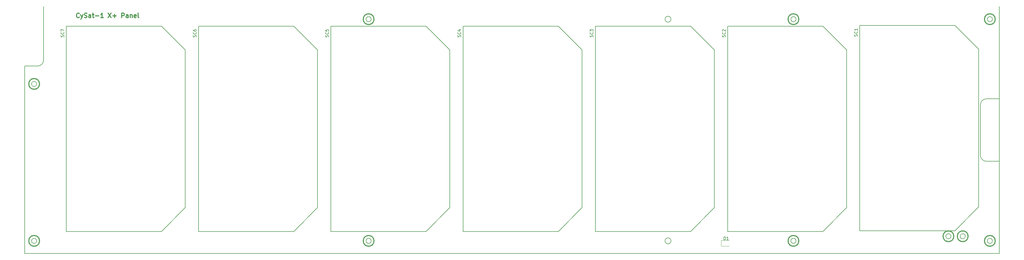
<source format=gbr>
G04 #@! TF.GenerationSoftware,KiCad,Pcbnew,(5.1.9)-1*
G04 #@! TF.CreationDate,2021-03-05T17:13:54-06:00*
G04 #@! TF.ProjectId,X+,582b2e6b-6963-4616-945f-706362585858,3*
G04 #@! TF.SameCoordinates,Original*
G04 #@! TF.FileFunction,Legend,Top*
G04 #@! TF.FilePolarity,Positive*
%FSLAX46Y46*%
G04 Gerber Fmt 4.6, Leading zero omitted, Abs format (unit mm)*
G04 Created by KiCad (PCBNEW (5.1.9)-1) date 2021-03-05 17:13:54*
%MOMM*%
%LPD*%
G01*
G04 APERTURE LIST*
%ADD10C,0.300000*%
%ADD11C,0.200000*%
%ADD12C,0.120000*%
%ADD13C,0.150000*%
G04 APERTURE END LIST*
D10*
X158140000Y-131345714D02*
X158068571Y-131417142D01*
X157854285Y-131488571D01*
X157711428Y-131488571D01*
X157497142Y-131417142D01*
X157354285Y-131274285D01*
X157282857Y-131131428D01*
X157211428Y-130845714D01*
X157211428Y-130631428D01*
X157282857Y-130345714D01*
X157354285Y-130202857D01*
X157497142Y-130060000D01*
X157711428Y-129988571D01*
X157854285Y-129988571D01*
X158068571Y-130060000D01*
X158140000Y-130131428D01*
X158640000Y-130488571D02*
X158997142Y-131488571D01*
X159354285Y-130488571D02*
X158997142Y-131488571D01*
X158854285Y-131845714D01*
X158782857Y-131917142D01*
X158640000Y-131988571D01*
X159854285Y-131417142D02*
X160068571Y-131488571D01*
X160425714Y-131488571D01*
X160568571Y-131417142D01*
X160640000Y-131345714D01*
X160711428Y-131202857D01*
X160711428Y-131060000D01*
X160640000Y-130917142D01*
X160568571Y-130845714D01*
X160425714Y-130774285D01*
X160140000Y-130702857D01*
X159997142Y-130631428D01*
X159925714Y-130560000D01*
X159854285Y-130417142D01*
X159854285Y-130274285D01*
X159925714Y-130131428D01*
X159997142Y-130060000D01*
X160140000Y-129988571D01*
X160497142Y-129988571D01*
X160711428Y-130060000D01*
X161997142Y-131488571D02*
X161997142Y-130702857D01*
X161925714Y-130560000D01*
X161782857Y-130488571D01*
X161497142Y-130488571D01*
X161354285Y-130560000D01*
X161997142Y-131417142D02*
X161854285Y-131488571D01*
X161497142Y-131488571D01*
X161354285Y-131417142D01*
X161282857Y-131274285D01*
X161282857Y-131131428D01*
X161354285Y-130988571D01*
X161497142Y-130917142D01*
X161854285Y-130917142D01*
X161997142Y-130845714D01*
X162497142Y-130488571D02*
X163068571Y-130488571D01*
X162711428Y-129988571D02*
X162711428Y-131274285D01*
X162782857Y-131417142D01*
X162925714Y-131488571D01*
X163068571Y-131488571D01*
X163568571Y-130917142D02*
X164711428Y-130917142D01*
X166211428Y-131488571D02*
X165354285Y-131488571D01*
X165782857Y-131488571D02*
X165782857Y-129988571D01*
X165640000Y-130202857D01*
X165497142Y-130345714D01*
X165354285Y-130417142D01*
X167854285Y-129988571D02*
X168854285Y-131488571D01*
X168854285Y-129988571D02*
X167854285Y-131488571D01*
X169425714Y-130917142D02*
X170568571Y-130917142D01*
X169997142Y-131488571D02*
X169997142Y-130345714D01*
X172425714Y-131488571D02*
X172425714Y-129988571D01*
X172997142Y-129988571D01*
X173140000Y-130060000D01*
X173211428Y-130131428D01*
X173282857Y-130274285D01*
X173282857Y-130488571D01*
X173211428Y-130631428D01*
X173140000Y-130702857D01*
X172997142Y-130774285D01*
X172425714Y-130774285D01*
X174568571Y-131488571D02*
X174568571Y-130702857D01*
X174497142Y-130560000D01*
X174354285Y-130488571D01*
X174068571Y-130488571D01*
X173925714Y-130560000D01*
X174568571Y-131417142D02*
X174425714Y-131488571D01*
X174068571Y-131488571D01*
X173925714Y-131417142D01*
X173854285Y-131274285D01*
X173854285Y-131131428D01*
X173925714Y-130988571D01*
X174068571Y-130917142D01*
X174425714Y-130917142D01*
X174568571Y-130845714D01*
X175282857Y-130488571D02*
X175282857Y-131488571D01*
X175282857Y-130631428D02*
X175354285Y-130560000D01*
X175497142Y-130488571D01*
X175711428Y-130488571D01*
X175854285Y-130560000D01*
X175925714Y-130702857D01*
X175925714Y-131488571D01*
X177211428Y-131417142D02*
X177068571Y-131488571D01*
X176782857Y-131488571D01*
X176640000Y-131417142D01*
X176568571Y-131274285D01*
X176568571Y-130702857D01*
X176640000Y-130560000D01*
X176782857Y-130488571D01*
X177068571Y-130488571D01*
X177211428Y-130560000D01*
X177282857Y-130702857D01*
X177282857Y-130845714D01*
X176568571Y-130988571D01*
X178140000Y-131488571D02*
X177997142Y-131417142D01*
X177925714Y-131274285D01*
X177925714Y-129988571D01*
D11*
X460949092Y-177742140D02*
X460949092Y-160742131D01*
X467299073Y-158742131D02*
X467299073Y-179742131D01*
X466024088Y-131992131D02*
G75*
G03*
X466024088Y-131992131I-1900000J0D01*
G01*
X465834088Y-131992131D02*
G75*
G03*
X465834088Y-131992131I-1710000J0D01*
G01*
X464650195Y-132680034D02*
G75*
G02*
X463791400Y-132791705I-526107J687903D01*
G01*
X463597980Y-131304229D02*
G75*
G02*
X464456775Y-131192557I526108J-687902D01*
G01*
X464456775Y-131192557D02*
G75*
G02*
X464982883Y-131880459I-332687J-799574D01*
G01*
X464982883Y-131880460D02*
G75*
G02*
X464650196Y-132680034I-858795J-111671D01*
G01*
X463791401Y-132791706D02*
G75*
G02*
X463265292Y-132103803I332687J799575D01*
G01*
X463265292Y-132103803D02*
G75*
G02*
X463597979Y-131304228I858796J111672D01*
G01*
X144874088Y-153742131D02*
G75*
G03*
X144874088Y-153742131I-1900000J0D01*
G01*
X144684088Y-153742131D02*
G75*
G03*
X144684088Y-153742131I-1710000J0D01*
G01*
X143715838Y-153295133D02*
G75*
G02*
X143732074Y-154161006I-741750J-446998D01*
G01*
X142232338Y-154189130D02*
G75*
G02*
X142216101Y-153323256I741750J446999D01*
G01*
X143732074Y-154161007D02*
G75*
G02*
X142990324Y-154608004I-757986J418876D01*
G01*
X142957851Y-152876258D02*
G75*
G02*
X143715837Y-153295133I16237J-865873D01*
G01*
X142990325Y-154608005D02*
G75*
G02*
X142232338Y-154189129I-16237J865874D01*
G01*
X142216102Y-153323256D02*
G75*
G02*
X142957851Y-152876258I757986J-418875D01*
G01*
X452100556Y-204942131D02*
G75*
G03*
X452100556Y-204942131I-1900000J0D01*
G01*
X451910556Y-204942131D02*
G75*
G03*
X451910556Y-204942131I-1710000J0D01*
G01*
X451063151Y-205019128D02*
G75*
G02*
X450565172Y-205727659I-862595J76997D01*
G01*
X449337961Y-204865135D02*
G75*
G02*
X449835939Y-204156603I862595J-76996D01*
G01*
X450698535Y-204233600D02*
G75*
G02*
X451063151Y-205019128I-497979J-708531D01*
G01*
X450565172Y-205727660D02*
G75*
G02*
X449702576Y-205650662I-364616J785529D01*
G01*
X449835940Y-204156603D02*
G75*
G02*
X450698535Y-204233600I364616J-785528D01*
G01*
X449702576Y-205650663D02*
G75*
G02*
X449337960Y-204865134I497980J708532D01*
G01*
X456899088Y-204942131D02*
G75*
G03*
X456899088Y-204942131I-1900000J0D01*
G01*
X456709088Y-204942131D02*
G75*
G03*
X456709088Y-204942131I-1710000J0D01*
G01*
X454561417Y-204194841D02*
G75*
G02*
X455427425Y-204189451I437671J-747290D01*
G01*
X455436759Y-205689423D02*
G75*
G02*
X454570750Y-205694811I-437671J747292D01*
G01*
X455427426Y-204189452D02*
G75*
G02*
X455865096Y-204936743I-428338J-752679D01*
G01*
X455865096Y-204936743D02*
G75*
G02*
X455436758Y-205689422I-866008J-5388D01*
G01*
X454570750Y-205694811D02*
G75*
G02*
X454133079Y-204947520I428338J752680D01*
G01*
X454133080Y-204947520D02*
G75*
G02*
X454561417Y-204194840I866008J5389D01*
G01*
X398117088Y-205626105D02*
G75*
G02*
X398867088Y-206059118I0J-866026D01*
G01*
X398117088Y-207358157D02*
G75*
G02*
X397367088Y-206925144I0J866026D01*
G01*
X397367088Y-206059119D02*
G75*
G02*
X398117088Y-205626106I750000J-433012D01*
G01*
X400017088Y-131992131D02*
G75*
G03*
X400017088Y-131992131I-1900000J0D01*
G01*
X399827088Y-131992131D02*
G75*
G03*
X399827088Y-131992131I-1710000J0D01*
G01*
X398867089Y-131559118D02*
G75*
G02*
X398867088Y-132425144I-750001J-433013D01*
G01*
X397367087Y-132425144D02*
G75*
G02*
X397367088Y-131559118I750001J433013D01*
G01*
X398867088Y-132425143D02*
G75*
G02*
X398117088Y-132858156I-750000J433012D01*
G01*
X398117088Y-131126105D02*
G75*
G02*
X398867088Y-131559118I0J-866026D01*
G01*
X398117088Y-132858157D02*
G75*
G02*
X397367088Y-132425144I0J866026D01*
G01*
X397367088Y-131559119D02*
G75*
G02*
X398117088Y-131126106I750000J-433012D01*
G01*
X257269088Y-131992131D02*
G75*
G03*
X257269088Y-131992131I-1900000J0D01*
G01*
X257079088Y-131992131D02*
G75*
G03*
X257079088Y-131992131I-1710000J0D01*
G01*
X256119089Y-131559118D02*
G75*
G02*
X256119088Y-132425144I-750001J-433013D01*
G01*
X254619087Y-132425144D02*
G75*
G02*
X254619088Y-131559118I750001J433013D01*
G01*
X256119088Y-132425143D02*
G75*
G02*
X255369088Y-132858156I-750000J433012D01*
G01*
X255369088Y-131126105D02*
G75*
G02*
X256119088Y-131559118I0J-866026D01*
G01*
X254619088Y-131559119D02*
G75*
G02*
X255369088Y-131126106I750000J-433012D01*
G01*
X255369088Y-132858157D02*
G75*
G02*
X254619088Y-132425144I0J866026D01*
G01*
X257269088Y-206492131D02*
G75*
G03*
X257269088Y-206492131I-1900000J0D01*
G01*
X257079088Y-206492131D02*
G75*
G03*
X257079088Y-206492131I-1710000J0D01*
G01*
X256119089Y-206059118D02*
G75*
G02*
X256119088Y-206925144I-750001J-433013D01*
G01*
X254619087Y-206925144D02*
G75*
G02*
X254619088Y-206059118I750001J433013D01*
G01*
X256119088Y-206925143D02*
G75*
G02*
X255369088Y-207358156I-750000J433012D01*
G01*
X255369088Y-205626105D02*
G75*
G02*
X256119088Y-206059118I0J-866026D01*
G01*
X255369088Y-207358157D02*
G75*
G02*
X254619088Y-206925144I0J866026D01*
G01*
X254619088Y-206059119D02*
G75*
G02*
X255369088Y-205626106I750000J-433012D01*
G01*
X400017088Y-206492131D02*
G75*
G03*
X400017088Y-206492131I-1900000J0D01*
G01*
X399827088Y-206492131D02*
G75*
G03*
X399827088Y-206492131I-1710000J0D01*
G01*
X398867089Y-206059118D02*
G75*
G02*
X398867088Y-206925144I-750001J-433013D01*
G01*
X397367087Y-206925144D02*
G75*
G02*
X397367088Y-206059118I750001J433013D01*
G01*
X398867088Y-206925143D02*
G75*
G02*
X398117088Y-207358156I-750000J433012D01*
G01*
X463488322Y-205904083D02*
G75*
G02*
X464315470Y-205647517I635766J-588048D01*
G01*
X463296940Y-206748696D02*
G75*
G02*
X463488322Y-205904082I827148J256565D01*
G01*
X467299073Y-127742131D02*
X467299073Y-158742131D01*
X146149087Y-145742131D02*
X146149087Y-127742131D01*
X146149088Y-145742131D02*
G75*
G02*
X144149088Y-147742131I-2000000J0D01*
G01*
X139799088Y-147742131D02*
X144149088Y-147742131D01*
X139799088Y-210742131D02*
X139799088Y-147742131D01*
X467299073Y-210742131D02*
X139799088Y-210742131D01*
X144874088Y-206492131D02*
G75*
G03*
X144874088Y-206492131I-1900000J0D01*
G01*
X144684088Y-206492131D02*
G75*
G03*
X144684088Y-206492131I-1710000J0D01*
G01*
X142255076Y-206974855D02*
G75*
G02*
X142196531Y-206110810I719012J482724D01*
G01*
X143693100Y-206009408D02*
G75*
G02*
X143751644Y-206873452I-719012J-482723D01*
G01*
X143751644Y-206873451D02*
G75*
G02*
X143032633Y-207356175I-777556J381320D01*
G01*
X142915542Y-205628087D02*
G75*
G02*
X143693099Y-206009407I58546J-864044D01*
G01*
X143032633Y-207356176D02*
G75*
G02*
X142255076Y-206974855I-58545J864045D01*
G01*
X142196532Y-206110811D02*
G75*
G02*
X142915543Y-205628087I777556J-381320D01*
G01*
X466024088Y-206492131D02*
G75*
G03*
X466024088Y-206492131I-1900000J0D01*
G01*
X465834088Y-206492131D02*
G75*
G03*
X465834088Y-206492131I-1710000J0D01*
G01*
X463932705Y-207336746D02*
G75*
G02*
X463296939Y-206748696I191383J844615D01*
G01*
X464315470Y-205647517D02*
G75*
G02*
X464951236Y-206235566I-191382J-844614D01*
G01*
X464951236Y-206235567D02*
G75*
G02*
X464759853Y-207080180I-827148J-256564D01*
G01*
X464759854Y-207080181D02*
G75*
G02*
X463932705Y-207336745I-635766J588050D01*
G01*
X356974088Y-206492131D02*
G75*
G03*
X356974088Y-206492131I-1000000J0D01*
G01*
X356974088Y-131992131D02*
G75*
G03*
X356974088Y-131992131I-1000000J0D01*
G01*
X467299073Y-179742140D02*
X467299073Y-210742131D01*
X467299073Y-179742140D02*
X462949096Y-179742140D01*
X462949088Y-179742139D02*
G75*
G02*
X460949088Y-177742139I0J2000000D01*
G01*
X460949088Y-160742131D02*
G75*
G02*
X462949088Y-158742131I2000000J0D01*
G01*
X467299073Y-158742131D02*
X462949096Y-158742131D01*
D12*
X376500000Y-206350000D02*
X373815000Y-206350000D01*
X373815000Y-206350000D02*
X373815000Y-208270000D01*
X373815000Y-208270000D02*
X376500000Y-208270000D01*
D11*
X452390087Y-203090573D02*
X420390087Y-203090573D01*
X460390087Y-195090573D02*
X452390087Y-203090573D01*
X452390087Y-134090573D02*
X460390087Y-142090573D01*
X420390087Y-134090573D02*
X452390087Y-134090573D01*
X460390087Y-142090573D02*
X460390087Y-195090573D01*
X420390087Y-203090573D02*
X420390087Y-134090573D01*
X376020087Y-203350573D02*
X376020087Y-134350573D01*
X416020087Y-142350573D02*
X416020087Y-195350573D01*
X376020087Y-134350573D02*
X408020087Y-134350573D01*
X408020087Y-134350573D02*
X416020087Y-142350573D01*
X416020087Y-195350573D02*
X408020087Y-203350573D01*
X408020087Y-203350573D02*
X376020087Y-203350573D01*
X331570087Y-203350573D02*
X331570087Y-134350573D01*
X371570087Y-142350573D02*
X371570087Y-195350573D01*
X331570087Y-134350573D02*
X363570087Y-134350573D01*
X363570087Y-134350573D02*
X371570087Y-142350573D01*
X371570087Y-195350573D02*
X363570087Y-203350573D01*
X363570087Y-203350573D02*
X331570087Y-203350573D01*
X319120087Y-203350573D02*
X287120087Y-203350573D01*
X327120087Y-195350573D02*
X319120087Y-203350573D01*
X319120087Y-134350573D02*
X327120087Y-142350573D01*
X287120087Y-134350573D02*
X319120087Y-134350573D01*
X327120087Y-142350573D02*
X327120087Y-195350573D01*
X287120087Y-203350573D02*
X287120087Y-134350573D01*
X242670087Y-203350573D02*
X242670087Y-134350573D01*
X282670087Y-142350573D02*
X282670087Y-195350573D01*
X242670087Y-134350573D02*
X274670087Y-134350573D01*
X274670087Y-134350573D02*
X282670087Y-142350573D01*
X282670087Y-195350573D02*
X274670087Y-203350573D01*
X274670087Y-203350573D02*
X242670087Y-203350573D01*
X230220087Y-203350573D02*
X198220087Y-203350573D01*
X238220087Y-195350573D02*
X230220087Y-203350573D01*
X230220087Y-134350573D02*
X238220087Y-142350573D01*
X198220087Y-134350573D02*
X230220087Y-134350573D01*
X238220087Y-142350573D02*
X238220087Y-195350573D01*
X198220087Y-203350573D02*
X198220087Y-134350573D01*
X153770087Y-203350573D02*
X153770087Y-134350573D01*
X193770087Y-142350573D02*
X193770087Y-195350573D01*
X153770087Y-134350573D02*
X185770087Y-134350573D01*
X185770087Y-134350573D02*
X193770087Y-142350573D01*
X193770087Y-195350573D02*
X185770087Y-203350573D01*
X185770087Y-203350573D02*
X153770087Y-203350573D01*
D13*
X374761904Y-206112380D02*
X374761904Y-205112380D01*
X375000000Y-205112380D01*
X375142857Y-205160000D01*
X375238095Y-205255238D01*
X375285714Y-205350476D01*
X375333333Y-205540952D01*
X375333333Y-205683809D01*
X375285714Y-205874285D01*
X375238095Y-205969523D01*
X375142857Y-206064761D01*
X375000000Y-206112380D01*
X374761904Y-206112380D01*
X376285714Y-206112380D02*
X375714285Y-206112380D01*
X376000000Y-206112380D02*
X376000000Y-205112380D01*
X375904761Y-205255238D01*
X375809523Y-205350476D01*
X375714285Y-205398095D01*
X419554761Y-137711904D02*
X419602380Y-137569047D01*
X419602380Y-137330952D01*
X419554761Y-137235714D01*
X419507142Y-137188095D01*
X419411904Y-137140476D01*
X419316666Y-137140476D01*
X419221428Y-137188095D01*
X419173809Y-137235714D01*
X419126190Y-137330952D01*
X419078571Y-137521428D01*
X419030952Y-137616666D01*
X418983333Y-137664285D01*
X418888095Y-137711904D01*
X418792857Y-137711904D01*
X418697619Y-137664285D01*
X418650000Y-137616666D01*
X418602380Y-137521428D01*
X418602380Y-137283333D01*
X418650000Y-137140476D01*
X419507142Y-136140476D02*
X419554761Y-136188095D01*
X419602380Y-136330952D01*
X419602380Y-136426190D01*
X419554761Y-136569047D01*
X419459523Y-136664285D01*
X419364285Y-136711904D01*
X419173809Y-136759523D01*
X419030952Y-136759523D01*
X418840476Y-136711904D01*
X418745238Y-136664285D01*
X418650000Y-136569047D01*
X418602380Y-136426190D01*
X418602380Y-136330952D01*
X418650000Y-136188095D01*
X418697619Y-136140476D01*
X419602380Y-135188095D02*
X419602380Y-135759523D01*
X419602380Y-135473809D02*
X418602380Y-135473809D01*
X418745238Y-135569047D01*
X418840476Y-135664285D01*
X418888095Y-135759523D01*
X375184761Y-137971904D02*
X375232380Y-137829047D01*
X375232380Y-137590952D01*
X375184761Y-137495714D01*
X375137142Y-137448095D01*
X375041904Y-137400476D01*
X374946666Y-137400476D01*
X374851428Y-137448095D01*
X374803809Y-137495714D01*
X374756190Y-137590952D01*
X374708571Y-137781428D01*
X374660952Y-137876666D01*
X374613333Y-137924285D01*
X374518095Y-137971904D01*
X374422857Y-137971904D01*
X374327619Y-137924285D01*
X374280000Y-137876666D01*
X374232380Y-137781428D01*
X374232380Y-137543333D01*
X374280000Y-137400476D01*
X375137142Y-136400476D02*
X375184761Y-136448095D01*
X375232380Y-136590952D01*
X375232380Y-136686190D01*
X375184761Y-136829047D01*
X375089523Y-136924285D01*
X374994285Y-136971904D01*
X374803809Y-137019523D01*
X374660952Y-137019523D01*
X374470476Y-136971904D01*
X374375238Y-136924285D01*
X374280000Y-136829047D01*
X374232380Y-136686190D01*
X374232380Y-136590952D01*
X374280000Y-136448095D01*
X374327619Y-136400476D01*
X374327619Y-136019523D02*
X374280000Y-135971904D01*
X374232380Y-135876666D01*
X374232380Y-135638571D01*
X374280000Y-135543333D01*
X374327619Y-135495714D01*
X374422857Y-135448095D01*
X374518095Y-135448095D01*
X374660952Y-135495714D01*
X375232380Y-136067142D01*
X375232380Y-135448095D01*
X330734761Y-137971904D02*
X330782380Y-137829047D01*
X330782380Y-137590952D01*
X330734761Y-137495714D01*
X330687142Y-137448095D01*
X330591904Y-137400476D01*
X330496666Y-137400476D01*
X330401428Y-137448095D01*
X330353809Y-137495714D01*
X330306190Y-137590952D01*
X330258571Y-137781428D01*
X330210952Y-137876666D01*
X330163333Y-137924285D01*
X330068095Y-137971904D01*
X329972857Y-137971904D01*
X329877619Y-137924285D01*
X329830000Y-137876666D01*
X329782380Y-137781428D01*
X329782380Y-137543333D01*
X329830000Y-137400476D01*
X330687142Y-136400476D02*
X330734761Y-136448095D01*
X330782380Y-136590952D01*
X330782380Y-136686190D01*
X330734761Y-136829047D01*
X330639523Y-136924285D01*
X330544285Y-136971904D01*
X330353809Y-137019523D01*
X330210952Y-137019523D01*
X330020476Y-136971904D01*
X329925238Y-136924285D01*
X329830000Y-136829047D01*
X329782380Y-136686190D01*
X329782380Y-136590952D01*
X329830000Y-136448095D01*
X329877619Y-136400476D01*
X329782380Y-136067142D02*
X329782380Y-135448095D01*
X330163333Y-135781428D01*
X330163333Y-135638571D01*
X330210952Y-135543333D01*
X330258571Y-135495714D01*
X330353809Y-135448095D01*
X330591904Y-135448095D01*
X330687142Y-135495714D01*
X330734761Y-135543333D01*
X330782380Y-135638571D01*
X330782380Y-135924285D01*
X330734761Y-136019523D01*
X330687142Y-136067142D01*
X286284761Y-137971904D02*
X286332380Y-137829047D01*
X286332380Y-137590952D01*
X286284761Y-137495714D01*
X286237142Y-137448095D01*
X286141904Y-137400476D01*
X286046666Y-137400476D01*
X285951428Y-137448095D01*
X285903809Y-137495714D01*
X285856190Y-137590952D01*
X285808571Y-137781428D01*
X285760952Y-137876666D01*
X285713333Y-137924285D01*
X285618095Y-137971904D01*
X285522857Y-137971904D01*
X285427619Y-137924285D01*
X285380000Y-137876666D01*
X285332380Y-137781428D01*
X285332380Y-137543333D01*
X285380000Y-137400476D01*
X286237142Y-136400476D02*
X286284761Y-136448095D01*
X286332380Y-136590952D01*
X286332380Y-136686190D01*
X286284761Y-136829047D01*
X286189523Y-136924285D01*
X286094285Y-136971904D01*
X285903809Y-137019523D01*
X285760952Y-137019523D01*
X285570476Y-136971904D01*
X285475238Y-136924285D01*
X285380000Y-136829047D01*
X285332380Y-136686190D01*
X285332380Y-136590952D01*
X285380000Y-136448095D01*
X285427619Y-136400476D01*
X285665714Y-135543333D02*
X286332380Y-135543333D01*
X285284761Y-135781428D02*
X285999047Y-136019523D01*
X285999047Y-135400476D01*
X241834761Y-137971904D02*
X241882380Y-137829047D01*
X241882380Y-137590952D01*
X241834761Y-137495714D01*
X241787142Y-137448095D01*
X241691904Y-137400476D01*
X241596666Y-137400476D01*
X241501428Y-137448095D01*
X241453809Y-137495714D01*
X241406190Y-137590952D01*
X241358571Y-137781428D01*
X241310952Y-137876666D01*
X241263333Y-137924285D01*
X241168095Y-137971904D01*
X241072857Y-137971904D01*
X240977619Y-137924285D01*
X240930000Y-137876666D01*
X240882380Y-137781428D01*
X240882380Y-137543333D01*
X240930000Y-137400476D01*
X241787142Y-136400476D02*
X241834761Y-136448095D01*
X241882380Y-136590952D01*
X241882380Y-136686190D01*
X241834761Y-136829047D01*
X241739523Y-136924285D01*
X241644285Y-136971904D01*
X241453809Y-137019523D01*
X241310952Y-137019523D01*
X241120476Y-136971904D01*
X241025238Y-136924285D01*
X240930000Y-136829047D01*
X240882380Y-136686190D01*
X240882380Y-136590952D01*
X240930000Y-136448095D01*
X240977619Y-136400476D01*
X240882380Y-135495714D02*
X240882380Y-135971904D01*
X241358571Y-136019523D01*
X241310952Y-135971904D01*
X241263333Y-135876666D01*
X241263333Y-135638571D01*
X241310952Y-135543333D01*
X241358571Y-135495714D01*
X241453809Y-135448095D01*
X241691904Y-135448095D01*
X241787142Y-135495714D01*
X241834761Y-135543333D01*
X241882380Y-135638571D01*
X241882380Y-135876666D01*
X241834761Y-135971904D01*
X241787142Y-136019523D01*
X197384761Y-137971904D02*
X197432380Y-137829047D01*
X197432380Y-137590952D01*
X197384761Y-137495714D01*
X197337142Y-137448095D01*
X197241904Y-137400476D01*
X197146666Y-137400476D01*
X197051428Y-137448095D01*
X197003809Y-137495714D01*
X196956190Y-137590952D01*
X196908571Y-137781428D01*
X196860952Y-137876666D01*
X196813333Y-137924285D01*
X196718095Y-137971904D01*
X196622857Y-137971904D01*
X196527619Y-137924285D01*
X196480000Y-137876666D01*
X196432380Y-137781428D01*
X196432380Y-137543333D01*
X196480000Y-137400476D01*
X197337142Y-136400476D02*
X197384761Y-136448095D01*
X197432380Y-136590952D01*
X197432380Y-136686190D01*
X197384761Y-136829047D01*
X197289523Y-136924285D01*
X197194285Y-136971904D01*
X197003809Y-137019523D01*
X196860952Y-137019523D01*
X196670476Y-136971904D01*
X196575238Y-136924285D01*
X196480000Y-136829047D01*
X196432380Y-136686190D01*
X196432380Y-136590952D01*
X196480000Y-136448095D01*
X196527619Y-136400476D01*
X196432380Y-135543333D02*
X196432380Y-135733809D01*
X196480000Y-135829047D01*
X196527619Y-135876666D01*
X196670476Y-135971904D01*
X196860952Y-136019523D01*
X197241904Y-136019523D01*
X197337142Y-135971904D01*
X197384761Y-135924285D01*
X197432380Y-135829047D01*
X197432380Y-135638571D01*
X197384761Y-135543333D01*
X197337142Y-135495714D01*
X197241904Y-135448095D01*
X197003809Y-135448095D01*
X196908571Y-135495714D01*
X196860952Y-135543333D01*
X196813333Y-135638571D01*
X196813333Y-135829047D01*
X196860952Y-135924285D01*
X196908571Y-135971904D01*
X197003809Y-136019523D01*
X152934761Y-137971904D02*
X152982380Y-137829047D01*
X152982380Y-137590952D01*
X152934761Y-137495714D01*
X152887142Y-137448095D01*
X152791904Y-137400476D01*
X152696666Y-137400476D01*
X152601428Y-137448095D01*
X152553809Y-137495714D01*
X152506190Y-137590952D01*
X152458571Y-137781428D01*
X152410952Y-137876666D01*
X152363333Y-137924285D01*
X152268095Y-137971904D01*
X152172857Y-137971904D01*
X152077619Y-137924285D01*
X152030000Y-137876666D01*
X151982380Y-137781428D01*
X151982380Y-137543333D01*
X152030000Y-137400476D01*
X152887142Y-136400476D02*
X152934761Y-136448095D01*
X152982380Y-136590952D01*
X152982380Y-136686190D01*
X152934761Y-136829047D01*
X152839523Y-136924285D01*
X152744285Y-136971904D01*
X152553809Y-137019523D01*
X152410952Y-137019523D01*
X152220476Y-136971904D01*
X152125238Y-136924285D01*
X152030000Y-136829047D01*
X151982380Y-136686190D01*
X151982380Y-136590952D01*
X152030000Y-136448095D01*
X152077619Y-136400476D01*
X151982380Y-136067142D02*
X151982380Y-135400476D01*
X152982380Y-135829047D01*
M02*

</source>
